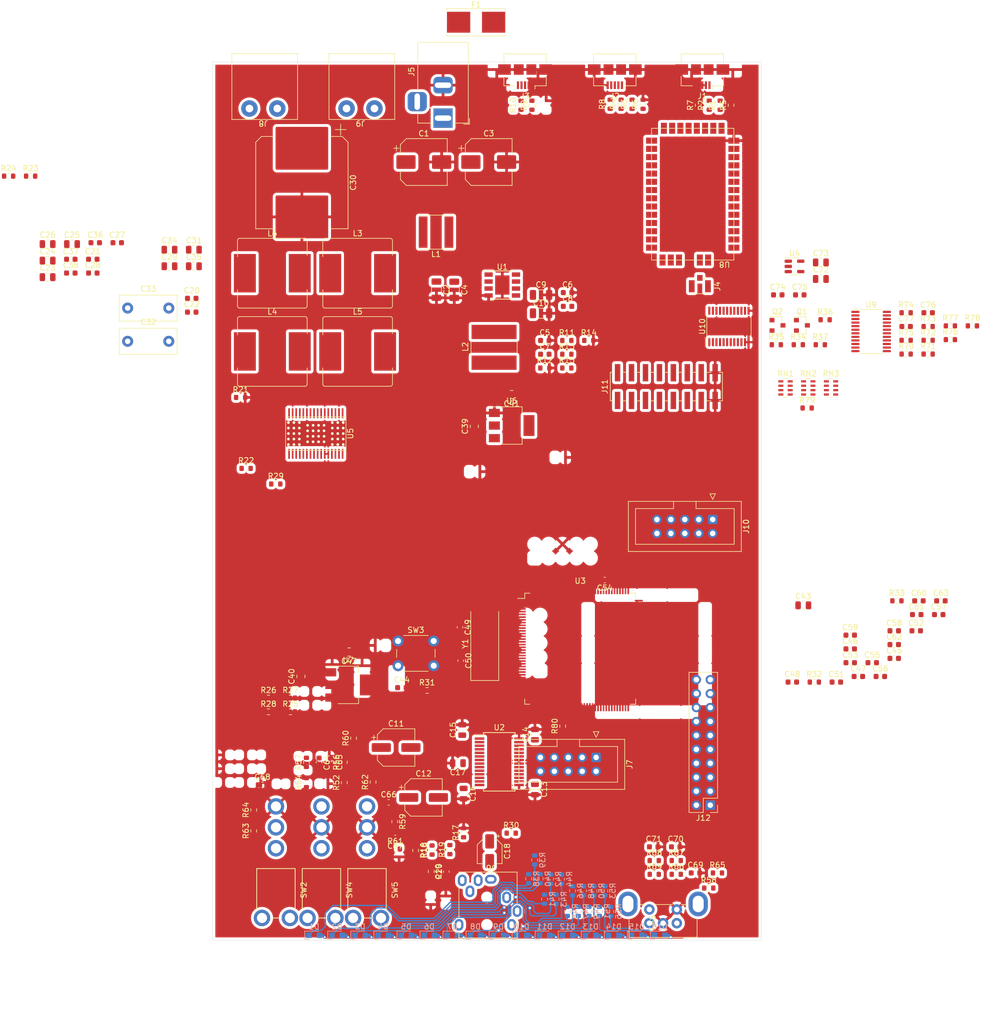
<source format=kicad_pcb>
(kicad_pcb (version 20201116) (generator pcbnew)

  (general
    (thickness 1.6)
  )

  (paper "A4")
  (layers
    (0 "F.Cu" signal)
    (31 "B.Cu" signal)
    (32 "B.Adhes" user "B.Adhesive")
    (33 "F.Adhes" user "F.Adhesive")
    (34 "B.Paste" user)
    (35 "F.Paste" user)
    (36 "B.SilkS" user "B.Silkscreen")
    (37 "F.SilkS" user "F.Silkscreen")
    (38 "B.Mask" user)
    (39 "F.Mask" user)
    (40 "Dwgs.User" user "User.Drawings")
    (41 "Cmts.User" user "User.Comments")
    (42 "Eco1.User" user "User.Eco1")
    (43 "Eco2.User" user "User.Eco2")
    (44 "Edge.Cuts" user)
    (45 "Margin" user)
    (46 "B.CrtYd" user "B.Courtyard")
    (47 "F.CrtYd" user "F.Courtyard")
    (48 "B.Fab" user)
    (49 "F.Fab" user)
  )

  (setup
    (stackup
      (layer "F.SilkS" (type "Top Silk Screen"))
      (layer "F.Paste" (type "Top Solder Paste"))
      (layer "F.Mask" (type "Top Solder Mask") (color "Green") (thickness 0.01))
      (layer "F.Cu" (type "copper") (thickness 0.035))
      (layer "dielectric 1" (type "core") (thickness 1.51) (material "FR4") (epsilon_r 4.5) (loss_tangent 0.02))
      (layer "B.Cu" (type "copper") (thickness 0.035))
      (layer "B.Mask" (type "Bottom Solder Mask") (color "Green") (thickness 0.01))
      (layer "B.Paste" (type "Bottom Solder Paste"))
      (layer "B.SilkS" (type "Bottom Silk Screen"))
      (copper_finish "None")
      (dielectric_constraints no)
    )
    (pcbplotparams
      (layerselection 0x00010fc_ffffffff)
      (disableapertmacros false)
      (usegerberextensions false)
      (usegerberattributes true)
      (usegerberadvancedattributes true)
      (creategerberjobfile true)
      (svguseinch false)
      (svgprecision 6)
      (excludeedgelayer true)
      (plotframeref false)
      (viasonmask false)
      (mode 1)
      (useauxorigin false)
      (hpglpennumber 1)
      (hpglpenspeed 20)
      (hpglpendiameter 15.000000)
      (psnegative false)
      (psa4output false)
      (plotreference true)
      (plotvalue true)
      (plotinvisibletext false)
      (sketchpadsonfab false)
      (subtractmaskfromsilk false)
      (outputformat 1)
      (mirror false)
      (drillshape 1)
      (scaleselection 1)
      (outputdirectory "")
    )
  )


  (net 0 "")
  (net 1 "/~SPK_FAULT")
  (net 2 "/Processor/~RST")
  (net 3 "/Processor/GPIO_I2S_WS")
  (net 4 "/Processor/SWCLK")
  (net 5 "/~SPK_SD")
  (net 6 "/HP_DETECT")
  (net 7 "+5V")
  (net 8 "/Processor/GPIO_I2S_SDO")
  (net 9 "/Processor/SWDIO")
  (net 10 "/BT_MFB")
  (net 11 "/MIC2")
  (net 12 "GND")
  (net 13 "Net-(R58-Pad2)")
  (net 14 "Net-(R59-Pad2)")
  (net 15 "/MIC1")
  (net 16 "Net-(D1-Pad1)")
  (net 17 "Net-(C31-Pad1)")
  (net 18 "Net-(C25-Pad2)")
  (net 19 "Net-(C24-Pad2)")
  (net 20 "Net-(C24-Pad1)")
  (net 21 "Net-(C25-Pad1)")
  (net 22 "Net-(C1-Pad1)")
  (net 23 "/19V_ANALOG")
  (net 24 "Net-(C5-Pad1)")
  (net 25 "Net-(C6-Pad1)")
  (net 26 "Net-(C7-Pad1)")
  (net 27 "Net-(C7-Pad2)")
  (net 28 "Net-(C8-Pad1)")
  (net 29 "+3.3VA")
  (net 30 "Net-(C11-Pad1)")
  (net 31 "Net-(C11-Pad2)")
  (net 32 "Net-(C12-Pad1)")
  (net 33 "Net-(C12-Pad2)")
  (net 34 "Net-(C13-Pad1)")
  (net 35 "/Speaker Amplifier/3.3V")
  (net 36 "Net-(C18-Pad1)")
  (net 37 "Net-(C18-Pad2)")
  (net 38 "Net-(C20-Pad1)")
  (net 39 "Net-(C23-Pad1)")
  (net 40 "Net-(C23-Pad2)")
  (net 41 "Net-(C26-Pad1)")
  (net 42 "Net-(C26-Pad2)")
  (net 43 "Net-(C29-Pad1)")
  (net 44 "Net-(C32-Pad1)")
  (net 45 "Net-(C33-Pad1)")
  (net 46 "Net-(C36-Pad1)")
  (net 47 "Net-(C36-Pad2)")
  (net 48 "Net-(C37-Pad1)")
  (net 49 "Net-(F1-Pad2)")
  (net 50 "Net-(J1-Pad1)")
  (net 51 "Net-(J1-Pad2)")
  (net 52 "Net-(J1-Pad3)")
  (net 53 "/Processor/GPIO_I2S_SDI")
  (net 54 "Net-(J2-Pad1)")
  (net 55 "Net-(J2-Pad2)")
  (net 56 "Net-(J2-Pad3)")
  (net 57 "/Processor/GPIO_I2S_CK")
  (net 58 "no_connect_271")
  (net 59 "Net-(J3-Pad2)")
  (net 60 "Net-(J3-Pad3)")
  (net 61 "no_connect_273")
  (net 62 "no_connect_274")
  (net 63 "/Processor/USB1_DETECT")
  (net 64 "/Processor/USB1_DM")
  (net 65 "/Processor/USB2_DETECT")
  (net 66 "/Processor/USB2_DM")
  (net 67 "/Processor/USB1_DP")
  (net 68 "/Processor/USB2_DP")
  (net 69 "/Bluetooth/USB3_DM")
  (net 70 "/Bluetooth/USB3_DP")
  (net 71 "Net-(R11-Pad1)")
  (net 72 "Net-(R13-Pad1)")
  (net 73 "Net-(R18-Pad2)")
  (net 74 "Net-(R19-Pad2)")
  (net 75 "Net-(R22-Pad1)")
  (net 76 "no_connect_276")
  (net 77 "Net-(D2-Pad1)")
  (net 78 "/BT2")
  (net 79 "/Processor/GPIO_I2S_MCK")
  (net 80 "Net-(J4-Pad1)")
  (net 81 "Net-(J4-Pad2)")
  (net 82 "/BT_SPI{slash}~PCM")
  (net 83 "Net-(R25-Pad2)")
  (net 84 "/Processor/GPIO_SPI_MISO")
  (net 85 "/Processor/EXT_READY")
  (net 86 "/Processor/GPIO_SPI_SCK")
  (net 87 "/Processor/GPIO_SPI_~SS")
  (net 88 "/SDO")
  (net 89 "Net-(R26-Pad2)")
  (net 90 "Net-(D3-Pad1)")
  (net 91 "/Processor/AMP_READY")
  (net 92 "+3V3")
  (net 93 "/BT_P18")
  (net 94 "/BT_P21")
  (net 95 "Net-(U3-Pad7)")
  (net 96 "Net-(C49-Pad2)")
  (net 97 "Net-(C50-Pad2)")
  (net 98 "/Bluetooth/SCL_1V8")
  (net 99 "/AMP_I2S_SDI")
  (net 100 "/AMP_I2S_SDO")
  (net 101 "/BT_P17")
  (net 102 "no_connect_275")
  (net 103 "no_connect_252")
  (net 104 "no_connect_259")
  (net 105 "no_connect_260")
  (net 106 "Net-(U3-Pad48)")
  (net 107 "no_connect_261")
  (net 108 "no_connect_262")
  (net 109 "Net-(R27-Pad2)")
  (net 110 "Net-(R28-Pad2)")
  (net 111 "no_connect_264")
  (net 112 "no_connect_265")
  (net 113 "no_connect_263")
  (net 114 "no_connect_254")
  (net 115 "no_connect_255")
  (net 116 "no_connect_283")
  (net 117 "no_connect_284")
  (net 118 "no_connect_285")
  (net 119 "no_connect_286")
  (net 120 "no_connect_288")
  (net 121 "no_connect_256")
  (net 122 "/AMP_I2S_CK")
  (net 123 "no_connect_218")
  (net 124 "Net-(C52-Pad1)")
  (net 125 "no_connect_287")
  (net 126 "/BT_P16")
  (net 127 "/BT_P6")
  (net 128 "/BT_P7")
  (net 129 "no_connect_225")
  (net 130 "no_connect_226")
  (net 131 "/AMP_I2S_MCK")
  (net 132 "no_connect_227")
  (net 133 "no_connect_228")
  (net 134 "no_connect_230")
  (net 135 "no_connect_231")
  (net 136 "/Bluetooth/SDA_1V8")
  (net 137 "Net-(C54-Pad1)")
  (net 138 "/BT_I2S_WS")
  (net 139 "no_connect_257")
  (net 140 "no_connect_258")
  (net 141 "no_connect_253")
  (net 142 "no_connect_266")
  (net 143 "no_connect_270")
  (net 144 "no_connect_267")
  (net 145 "no_connect_278")
  (net 146 "no_connect_268")
  (net 147 "no_connect_269")
  (net 148 "no_connect_229")
  (net 149 "no_connect_220")
  (net 150 "no_connect_221")
  (net 151 "no_connect_222")
  (net 152 "/BT_I2S_CK")
  (net 153 "/BT_I2S_SDO")
  (net 154 "no_connect_223")
  (net 155 "/AMP_I2S_WS")
  (net 156 "Net-(J11-Pad4)")
  (net 157 "Net-(J11-Pad6)")
  (net 158 "Net-(R52-Pad2)")
  (net 159 "Net-(D4-Pad1)")
  (net 160 "Net-(R54-Pad2)")
  (net 161 "no_connect_224")
  (net 162 "no_connect_279")
  (net 163 "no_connect_280")
  (net 164 "no_connect_281")
  (net 165 "no_connect_282")
  (net 166 "no_connect_277")
  (net 167 "no_connect_219")
  (net 168 "no_connect_232")
  (net 169 "no_connect_236")
  (net 170 "/Processor/GPIO_SPI_MOSI")
  (net 171 "no_connect_233")
  (net 172 "no_connect_234")
  (net 173 "Net-(J11-Pad8)")
  (net 174 "Net-(U8-Pad24)")
  (net 175 "/Bluetooth/3V3_BT")
  (net 176 "no_connect_235")
  (net 177 "no_connect_272")
  (net 178 "no_connect_237")
  (net 179 "Net-(U8-Pad12)")
  (net 180 "/Bluetooth/1V8_BT")
  (net 181 "/Bluetooth/SDO_3V3")
  (net 182 "Net-(J11-Pad10)")
  (net 183 "/Bluetooth/P29_1V8")
  (net 184 "/Bluetooth/P30_1V8")
  (net 185 "/Bluetooth/P18_1V8")
  (net 186 "/Bluetooth/P31_1V8")
  (net 187 "/Bluetooth/P8_1V8")
  (net 188 "/Bluetooth/P9_1V8")
  (net 189 "+1V8")
  (net 190 "Net-(J11-Pad12)")
  (net 191 "/Bluetooth/P21_1V8")
  (net 192 "/Bluetooth/SPI{slash}~PCM_1V8")
  (net 193 "/Bluetooth/SDO_1V8")
  (net 194 "/SCL_1")
  (net 195 "/Bluetooth/SDI_1V8")
  (net 196 "/AMP_I2C_SDA")
  (net 197 "Net-(R79-Pad1)")
  (net 198 "Net-(RN1-Pad1)")
  (net 199 "Net-(RN1-Pad2)")
  (net 200 "Net-(RN1-Pad3)")
  (net 201 "Net-(RN1-Pad4)")
  (net 202 "Net-(RN2-Pad5)")
  (net 203 "Net-(R32-Pad2)")
  (net 204 "Net-(RN2-Pad6)")
  (net 205 "no_connect_238")
  (net 206 "no_connect_248")
  (net 207 "no_connect_249")
  (net 208 "no_connect_250")
  (net 209 "/Bluetooth/CK_1V8")
  (net 210 "/Bluetooth/WS_1V8")
  (net 211 "Net-(R60-Pad2)")
  (net 212 "Net-(D5-Pad1)")
  (net 213 "Net-(R63-Pad2)")
  (net 214 "Net-(D6-Pad1)")
  (net 215 "Net-(D7-Pad1)")
  (net 216 "Net-(D8-Pad1)")
  (net 217 "Net-(D9-Pad1)")
  (net 218 "Net-(D10-Pad1)")
  (net 219 "Net-(D11-Pad1)")
  (net 220 "Net-(D12-Pad1)")
  (net 221 "Net-(D13-Pad1)")
  (net 222 "Net-(D14-Pad1)")
  (net 223 "Net-(D15-Pad1)")
  (net 224 "Net-(D16-Pad1)")
  (net 225 "Net-(RN2-Pad7)")
  (net 226 "/VOL0")
  (net 227 "/VOL1")
  (net 228 "/VOL2")
  (net 229 "/VOL3")
  (net 230 "/VOL4")
  (net 231 "/VOL5")
  (net 232 "/VOL6")
  (net 233 "/VOL7")
  (net 234 "/VOL8")
  (net 235 "/VOL9")
  (net 236 "/VOL10")
  (net 237 "/VOL11")
  (net 238 "/VOL12")
  (net 239 "/VOL13")
  (net 240 "/VOL14")
  (net 241 "/BT1")
  (net 242 "/VOL15")
  (net 243 "/ENC_SW")
  (net 244 "Net-(R66-Pad2)")
  (net 245 "/PWR")
  (net 246 "Net-(R67-Pad2)")
  (net 247 "/ENC_A")
  (net 248 "/ENC_B")
  (net 249 "Net-(J6-PadT)")
  (net 250 "Net-(J6-PadSW2)")
  (net 251 "Net-(J6-PadSW1)")
  (net 252 "Net-(J6-PadS)")
  (net 253 "Net-(J6-PadR2)")
  (net 254 "Net-(J6-PadR1)")
  (net 255 "Net-(J6-PadG)")
  (net 256 "no_connect_251")
  (net 257 "/IR")
  (net 258 "/FRONT_SCLK")
  (net 259 "/FRONT_RCLK")
  (net 260 "/FRONT_MOSI")
  (net 261 "no_connect_239")
  (net 262 "no_connect_240")
  (net 263 "/FRONT_~RST")
  (net 264 "no_connect_241")
  (net 265 "Net-(RN2-Pad8)")
  (net 266 "Net-(RN3-Pad5)")
  (net 267 "no_connect_242")
  (net 268 "no_connect_243")
  (net 269 "Net-(RN3-Pad6)")
  (net 270 "Net-(RN3-Pad7)")
  (net 271 "Net-(RN3-Pad8)")
  (net 272 "no_connect_244")
  (net 273 "/SDO_1")
  (net 274 "/SCL")
  (net 275 "/SDA")
  (net 276 "no_connect_245")
  (net 277 "/Bluetooth/P17_1V8")
  (net 278 "/Bluetooth/P16_1V8")
  (net 279 "/Bluetooth/P7_1V8")
  (net 280 "/Bluetooth/P6_1V8")
  (net 281 "/P31")
  (net 282 "/P8")
  (net 283 "/P9")
  (net 284 "/P29")
  (net 285 "/P30")
  (net 286 "no_connect_246")
  (net 287 "Net-(U3-Pad141)")
  (net 288 "no_connect_247")

  (footprint "Resistor_SMD:R_0603_1608Metric" (layer "F.Cu") (at 137.45 32.725 90))

  (footprint "Resistor_SMD:R_0603_1608Metric" (layer "F.Cu") (at 139.45 32.725 90))

  (footprint "Resistor_SMD:R_0603_1608Metric" (layer "F.Cu") (at 143.45 32.725 90))

  (footprint "Resistor_SMD:R_0603_1608Metric" (layer "F.Cu") (at 157.5 32.9 90))

  (footprint "Connector_USB:USB_Micro-B_Amphenol_10104110_Horizontal" (layer "F.Cu") (at 138.3 27.7 180))

  (footprint "Package_QFP:LQFP-144_20x20mm_P0.5mm" (layer "F.Cu") (at 132 131.9))

  (footprint "Connector_USB:USB_Micro-B_Amphenol_10104110_Horizontal" (layer "F.Cu") (at 121.95 27.7 180))

  (footprint "Resistor_SMD:R_0603_1608Metric" (layer "F.Cu") (at 159.5 32.9 90))

  (footprint "Resistor_SMD:R_0603_1608Metric" (layer "F.Cu") (at 153.5 32.9 90))

  (footprint "Resistor_SMD:R_0603_1608Metric" (layer "F.Cu") (at 123.2 32.9 90))

  (footprint "Resistor_SMD:R_0603_1608Metric" (layer "F.Cu") (at 155.5 32.9 90))

  (footprint "Resistor_SMD:R_0603_1608Metric" (layer "F.Cu") (at 141.45 32.725 90))

  (footprint "Package_SO:SSOP-28_5.3x10.2mm_P0.65mm" (layer "F.Cu") (at 117.25 152.5))

  (footprint "Package_SO:Diodes_SO-8EP" (layer "F.Cu") (at 117.8025 65.655))

  (footprint "Connector_USB:USB_Micro-B_Amphenol_10104110_Horizontal" (layer "F.Cu") (at 154.25 27.7 180))

  (footprint "Resistor_SMD:R_0603_1608Metric" (layer "F.Cu") (at 121.2 32.9 90))

  (footprint "Connector_BarrelJack:BarrelJack_Horizontal" (layer "F.Cu") (at 107 35.25 -90))

  (footprint "Capacitor_SMD:C_0805_2012Metric" (layer "F.Cu") (at 123.75 157.55 -90))

  (footprint "Capacitor_SMD:C_0805_2012Metric" (layer "F.Cu") (at 123.75 147.55 90))

  (footprint "Capacitor_SMD:C_0805_2012Metric" (layer "F.Cu") (at 110.5 146.7 90))

  (footprint "Resistor_SMD:R_0603_1608Metric" (layer "F.Cu") (at 102 168.65 -90))

  (footprint "Resistor_SMD:R_0603_1608Metric" (layer "F.Cu") (at 110.75 165.425 90))

  (footprint "Capacitor_SMD:C_0805_2012Metric" (layer "F.Cu") (at 110.75 158.3 -90))

  (footprint "Capacitor_SMD:C_0805_2012Metric" (layer "F.Cu") (at 109.7 152.75 180))

  (footprint "Capacitor_SMD:C_0603_1608Metric" (layer "F.Cu") (at 125.55 75.75))

  (footprint "Capacitor_SMD:C_0603_1608Metric" (layer "F.Cu") (at 125.55 78.26))

  (footprint "Resistor_SMD:R_0603_1608Metric" (layer "F.Cu") (at 129.56 75.75))

  (footprint "Resistor_SMD:R_0603_1608Metric" (layer "F.Cu") (at 125.55 80.77))

  (footprint "Resistor_SMD:R_0603_1608Metric" (layer "F.Cu") (at 129.56 78.26))

  (footprint "Resistor_SMD:R_0603_1608Metric" (layer "F.Cu") (at 133.57 75.75))

  (footprint "Resistor_SMD:R_0603_1608Metric" (layer "F.Cu") (at 129.56 80.77))

  (footprint "Resistor_SMD:R_0603_1608Metric" (layer "F.Cu") (at 108.25 168.5 90))

  (footprint "Resistor_SMD:R_0603_1608Metric" (layer "F.Cu") (at 104.85 172.475 -90))

  (footprint "Resistor_SMD:R_0603_1608Metric" (layer "F.Cu") (at 105 168.575 90))

  (footprint "Capacitor_SMD:CP_Elec_8x10" (layer "F.Cu") (at 103.5 43.25))

  (footprint "Capacitor_SMD:C_1206_3216Metric" (layer "F.Cu") (at 105.8 66.5 -90))

  (footprint "Capacitor_SMD:CP_Elec_8x10" (layer "F.Cu") (at 115.33 43.25))

  (footprint "Capacitor_SMD:C_1206_3216Metric" (layer "F.Cu") (at 109.05 66.525 -90))

  (footprint "Inductor_SMD:L_Bourns-SRN8040_8x8.15mm" (layer "F.Cu") (at 116.3 77 90))

  (footprint "Capacitor_SMD:C_0603_1608Metric" (layer "F.Cu") (at 107.6 172.525 90))

  (footprint "Inductor_SMD:L_Taiyo-Yuden_NR-60xx" (layer "F.Cu") (at 105.72 56.02 180))

  (footprint "Capacitor_SMD:CP_Elec_6.3x7.7" (layer "F.Cu") (at 98.45 149.9))

  (footprint "Capacitor_SMD:CP_Elec_6.3x7.7" (layer "F.Cu")
    (tedit 5BCA39D0) (tstamp 00000000-0000-0000-0000-00005fb07a2f)
    (at 103.45 159)
    (descr "SMD capacitor, aluminum electrolytic, Nichicon, 6.3x7.7mm")
    (tags "capacitor electrolytic")
    (property "Dateiname Blatt" "headphone-amp.kicad_sch")
    (property "Schaltplanname" "Headphone Amplifier")
    (path "/00000000-0000-0000-0000-00005fa5bd36/00000000-0000-0000-0000-00005fb761de")
    (attr smd)
    (fp_text reference "C12" (at 0 -4.35) (layer "F.SilkS")
      (effects (font (size 1 1) (thickness 0.15)))
      (tstamp a64ec2c1-a9af-4f7b-9a31-eb3f672f9902)
    )
    (fp_text value "220uF" (at 0 4.35) (layer "F.Fab")
      (effects (font (size 1 1) (thickness 0.15)))
      (tstamp 1ff3873f-285a-4a30-8ebc-7b3fe0bb7981)
    )
    (fp_text user "${REFERENCE}" (at 0 0) (layer "F.Fab")
      (effects (font (size 1 1) (thickness 0.15)))
      (tstamp 8ed30ed8-073e-464f-99ee-ca229a6b2865)
    )
    (fp_line (start -3.41 -2.345563) (end -2.345563 -3.41) (layer "F.SilkS") (width 0.12) (tstamp 0a04f58f-f25e-4841-a9e7-22e05aac0664))
    (fp_line (start -3.41 2.345563) (end -3.41 1.06) (layer "F.SilkS") (width 0.12) (tstamp 1b422f8d-be42-48a9-affe-79513a3cefbc))
    (fp_line (start -4.4375 -1.8475) (end -3.65 -1.8475) (layer "F.SilkS") (width 0.12) (tstamp 404e15e4-75a8-451f-b270-8ca63c21e5ea))
    (fp_line (start -3.41 2.345563) (end -2.345563 3.41) (layer "F.SilkS") (width 0.12) (tstamp 4a4a0e66-8d00-4129-a8b7-2a7c23a810d8))
    (fp_line (start -2.345563 3.41) (end 3.41 3.41) (layer "F.SilkS") (width 0.12) (tstamp 774834b8-af25-4cf6-9b6f-d36bb8d416fe))
    (fp_line (start -3.41 -2.345563) (end -3.41 -1.06) (layer "F.SilkS") (width 0.12) (tstamp b43ee947-ce47-4858-8a25-51145111d02a))
    (fp_line (start -4.04375 -2.24125) (end -4.04375 -1.45375) (layer "F.SilkS") (width 0.12) (tstamp baadaa39-51b0-4a8e-9821-30a306f5e2b3))
    (fp_line (start 3.41 3.41) (end 3.41 1.06) (layer "F.SilkS") (width 0.12) (tstamp c4f6964a-2a9f-4747-9df5-c7d6251efc0e))
    (fp_line (start -2.345563 -3.41) (end 3.41 -3.41) (layer "F.SilkS") (width 0.12) (tstamp ef31840f-676c-488c-bcdd-a2f27b177c05))
    (fp_line (start 3.41 -3.41) (end 3.41 -1.06) (layer "F.SilkS") (width 0.12) (tstamp f89c8ffd-66d6-4115-ad38-957fd1ff2750))
    (fp_line (start -3.55 1.05) (end -3.55 2.4) (layer "F.CrtYd") (width 0.05) (tstamp 00f3fa49-15ac-44b5-b0f0-780f62509497))
    (fp_line (start -3.55 2.4) (end -2.4 3.55) (layer "F.CrtYd") (width 0.05) (tstamp 240ba7eb-ba9b-41e5-af5b-a7679702b7fc))
    (fp_line (start -2.4 -3.55) (end 3.55 -3.55) (layer "F.CrtYd") (width 0.05) (tstamp 2d11a6c9-5f86-477c-8203-11e110d329e1))
    (fp_line (start -2.4 3.55) (end 3.55 3.55) (layer "F.CrtYd") (width 0.05) (tstamp 3676573c-d5a4-4c6a-a865-ae272e6978e8))
    (fp_line (start 4.7 1.05) (end 3.55 1.05) (layer "F.CrtYd") (width 0.05) (tstamp 3a8a257d-8c60-47ec-aff4-6afe653c1dc5))
    (fp_line (start 4.7 -1.05) (end 4.7 1.05) (layer "F.CrtYd") (width 0.05) (tstamp 4bfe7822-d9fd-4a74-9e8a-751c8c89554b))
    (fp_line (start -4.7 -1.05) (end -4.7 1.05) (layer "F.CrtYd") (width 0.05) (tstamp 58db7c31-e7a0-4b58-8db8-3b2cc7c00506))
    (fp_line (start -3.55 -1.05) (end -4.7 -1.05) (layer "F.CrtYd") (width 0.05) (tstamp 656e4b2f-747b-447d-95b5-580b4c2915fe))
    (fp_line (start 3.55 -3.55) (end 3.55 -1.05) (layer "F.CrtYd"
... [1551123 chars truncated]
</source>
